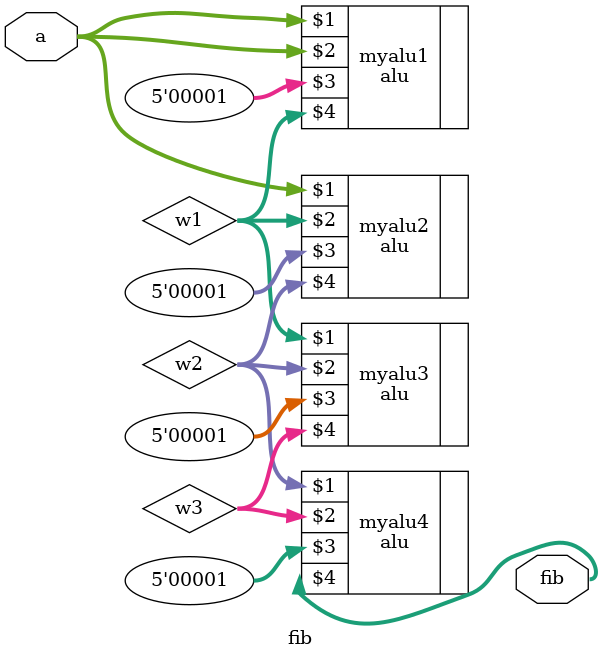
<source format=v>
module fib(
           input [31:0]  a,
           output [31:0] fib
           );
   wire [31:0]           w1, w2, w3;
   parameter op = 5'h1;

   alu myalu1(a, a, op, w1);
   alu myalu2(a, w1, op, w2);
   alu myalu3(w1, w2, op, w3);
   alu myalu4(w2, w3, op, fib);
endmodule // fib

</source>
